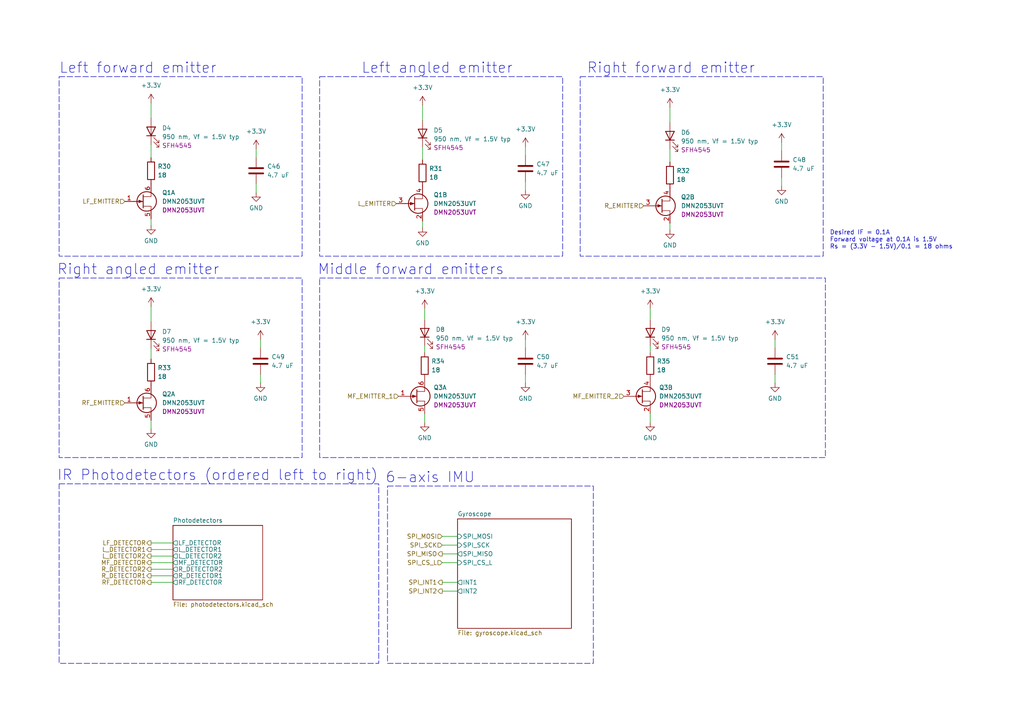
<source format=kicad_sch>
(kicad_sch (version 20230121) (generator eeschema)
  (paper "A4")
  (lib_symbols
    (symbol "Device:C" (pin_numbers hide) (pin_names (offset 0.254))
      (property "Reference" "C" (at 0.635 2.54 0))
      (property "Value" "C" (at 0.635 -2.54 0))
      (symbol "C_0_1"
        (polyline (pts (xy -2.032 -0.762) (xy 2.032 -0.762)) (stroke (width 0.508)))
        (polyline (pts (xy -2.032 0.762) (xy 2.032 0.762)) (stroke (width 0.508)))
      )
      (symbol "C_1_1"
        (pin passive line (at 0 3.81 270) (length 2.794) (name "~") (number "1"))
        (pin passive line (at 0 -3.81 90) (length 2.794) (name "~") (number "2"))
      )
    )
    (symbol "Device:R" (pin_numbers hide) (pin_names (offset 0))
      (property "Reference" "R" (at 2.032 0 90))
      (property "Value" "R" (at 0 0 90))
      (symbol "R_0_1"
        (rectangle (start -1.016 -2.54) (end 1.016 2.54) (stroke (width 0.254)))
      )
      (symbol "R_1_1"
        (pin passive line (at 0 3.81 270) (length 1.27) (name "~") (number "1"))
        (pin passive line (at 0 -3.81 90) (length 1.27) (name "~") (number "2"))
      )
    )
    (symbol "LEDs:SFH4545" (pin_numbers hide) (pin_names hide)
      (property "Reference" "D" (at -3.81 2.54 0))
      (property "Value" "950 nm, Vf = 1.5V typ" (at 6.35 -5.715 0))
      (property "Part number" "SFH4545" (at -0.635 -3.81 0))
      (symbol "SFH4545_0_1"
        (polyline (pts (xy -1.27 -1.27) (xy -1.27 1.27)) (stroke (width 0.254)))
        (polyline (pts (xy -1.27 0) (xy 1.27 0)))
        (polyline (pts (xy 1.27 -1.27) (xy 1.27 1.27) (xy -1.27 0) (xy 1.27 -1.27)) (stroke (width 0.254)))
        (polyline (pts (xy -3.048 -0.762) (xy -4.572 -2.286) (xy -3.81 -2.286) (xy -4.572 -2.286) (xy -4.572 -1.524)))
        (polyline (pts (xy -1.778 -0.762) (xy -3.302 -2.286) (xy -2.54 -2.286) (xy -3.302 -2.286) (xy -3.302 -1.524)))
      )
      (symbol "SFH4545_1_1"
        (pin passive line (at -3.81 0 0) (length 2.54) (name "~") (number "1"))
        (pin passive line (at 3.81 0 180) (length 2.54) (name "") (number "2"))
      )
    )
    (symbol "Transistors:DMN2053UVT" (pin_names hide)
      (property "Reference" "Q" (at 4.445 -1.27 0))
      (property "Value" "DMN2053UVT" (at 10.16 -3.175 0))
      (property "Part number" "DMN2053UVT" (at 10.16 -3.175 0))
      (symbol "DMN2053UVT_0_1"
        (polyline (pts (xy -1.016 0) (xy -3.81 0)))
        (polyline (pts (xy -1.016 0) (xy -3.81 0)))
        (polyline (pts (xy -1.016 1.905) (xy -1.016 -1.905)) (stroke (width 0.254)))
        (polyline (pts (xy 1.27 -2.54) (xy 1.27 -1.397) (xy -1.016 -1.397)))
        (polyline (pts (xy 1.27 2.54) (xy 1.27 1.397) (xy -1.016 1.397)))
        (polyline (pts (xy -1.27 0) (xy -2.286 0.381) (xy -2.286 -0.381) (xy -1.27 0)) (fill (type outline)))
        (circle (center 0 0) (radius 2.8194) (stroke (width 0.254)))
      )
      (symbol "DMN2053UVT_1_1"
        (pin input line (at -6.35 0 0) (length 2.54) (name "G2") (number "1"))
        (pin passive line (at 1.27 -5.08 90) (length 2.54) (name "S2") (number "5"))
        (pin passive line (at 1.27 5.08 270) (length 2.54) (name "D2") (number "6"))
      )
      (symbol "DMN2053UVT_2_1"
        (pin passive line (at 1.27 -5.08 90) (length 2.54) (name "S2") (number "2"))
        (pin input line (at -6.35 0 0) (length 2.54) (name "G2") (number "3"))
        (pin passive line (at 1.27 5.08 270) (length 2.54) (name "D2") (number "4"))
      )
    )
    (symbol "power:+3.3V" (power) (pin_names (offset 0))
      (property "Value" "+3.3V" (at 0 3.556 0))
      (symbol "+3.3V_0_1"
        (polyline (pts (xy -0.762 1.27) (xy 0 2.54)))
        (polyline (pts (xy 0 0) (xy 0 2.54)))
        (polyline (pts (xy 0 2.54) (xy 0.762 1.27)))
      )
      (symbol "+3.3V_1_1"
        (pin power_in line (at 0 0 90) (length 0) hide (name "+3.3V") (number "1"))
      )
    )
    (symbol "power:GND" (power) (pin_names (offset 0))
      (property "Value" "GND" (at 0 -3.81 0))
      (symbol "GND_0_1"
        (polyline (pts (xy 0 0) (xy 0 -1.27) (xy 1.27 -1.27) (xy 0 -2.54) (xy -1.27 -1.27) (xy 0 -1.27)))
      )
      (symbol "GND_1_1"
        (pin power_in line (at 0 0 270) (length 0) hide (name "GND") (number "1"))
      )
    )
  )
  (wire (pts (xy 188.595 120.015) (xy 188.595 122.555)))
  (wire (pts (xy 122.555 64.135) (xy 122.555 66.04)))
  (wire (pts (xy 43.815 165.1) (xy 50.165 165.1)))
  (wire (pts (xy 123.19 89.535) (xy 123.19 92.71)))
  (wire (pts (xy 43.815 159.385) (xy 50.165 159.385)))
  (wire (pts (xy 128.27 158.115) (xy 132.715 158.115)))
  (wire (pts (xy 43.815 168.91) (xy 50.165 168.91)))
  (wire (pts (xy 128.27 168.91) (xy 132.715 168.91)))
  (wire (pts (xy 152.4 42.545) (xy 152.4 45.085)))
  (wire (pts (xy 188.595 100.33) (xy 188.595 102.235)))
  (wire (pts (xy 43.815 121.92) (xy 43.815 124.46)))
  (wire (pts (xy 123.19 100.33) (xy 123.19 102.235)))
  (wire (pts (xy 188.595 89.535) (xy 188.595 92.71)))
  (wire (pts (xy 128.27 155.575) (xy 132.715 155.575)))
  (wire (pts (xy 43.815 29.845) (xy 43.815 34.29)))
  (wire (pts (xy 75.565 98.425) (xy 75.565 100.965)))
  (wire (pts (xy 152.4 52.705) (xy 152.4 55.245)))
  (wire (pts (xy 224.79 98.425) (xy 224.79 100.965)))
  (wire (pts (xy 43.815 88.9) (xy 43.815 93.345)))
  (wire (pts (xy 43.815 161.29) (xy 50.165 161.29)))
  (wire (pts (xy 74.295 53.34) (xy 74.295 55.88)))
  (wire (pts (xy 43.815 100.965) (xy 43.815 104.14)))
  (wire (pts (xy 75.565 108.585) (xy 75.565 111.125)))
  (wire (pts (xy 74.295 43.18) (xy 74.295 45.72)))
  (wire (pts (xy 128.27 163.195) (xy 132.715 163.195)))
  (wire (pts (xy 224.79 108.585) (xy 224.79 111.125)))
  (wire (pts (xy 152.4 108.585) (xy 152.4 111.125)))
  (wire (pts (xy 194.31 31.115) (xy 194.31 35.56)))
  (wire (pts (xy 43.815 167.005) (xy 50.165 167.005)))
  (wire (pts (xy 122.555 30.48) (xy 122.555 34.925)))
  (wire (pts (xy 194.31 64.77) (xy 194.31 66.675)))
  (wire (pts (xy 226.695 41.275) (xy 226.695 43.815)))
  (wire (pts (xy 122.555 42.545) (xy 122.555 46.355)))
  (wire (pts (xy 43.815 41.91) (xy 43.815 45.72)))
  (wire (pts (xy 226.695 51.435) (xy 226.695 53.975)))
  (wire (pts (xy 152.4 98.425) (xy 152.4 100.965)))
  (wire (pts (xy 194.31 43.18) (xy 194.31 46.99)))
  (wire (pts (xy 43.815 63.5) (xy 43.815 65.405)))
  (wire (pts (xy 128.27 171.45) (xy 132.715 171.45)))
  (wire (pts (xy 123.19 120.015) (xy 123.19 122.555)))
  (wire (pts (xy 43.815 163.195) (xy 50.165 163.195)))
  (wire (pts (xy 43.815 157.48) (xy 50.165 157.48)))
  (wire (pts (xy 128.27 160.655) (xy 132.715 160.655)))
  (rectangle (start 168.275 22.225) (end 238.76 74.295) (stroke (width 0) (type dash)))
  (rectangle (start 17.145 22.225) (end 87.63 74.295) (stroke (width 0) (type dash)))
  (rectangle (start 112.395 140.97) (end 172.085 192.405) (stroke (width 0) (type dash)))
  (rectangle (start 92.71 22.225) (end 163.195 74.295) (stroke (width 0) (type dash)))
  (rectangle (start 92.71 80.645) (end 239.395 132.715) (stroke (width 0) (type dash)))
  (rectangle (start 17.145 80.645) (end 87.63 132.715) (stroke (width 0) (type dash)))
  (rectangle (start 17.145 140.335) (end 109.855 192.405) (stroke (width 0) (type dash)))
  (text "IR Photodetectors (ordered left to right)" (at 16.51 139.7 0) (effects (font (size 3 3)) (justify left bottom)))
  (text "Desired IF = 0.1A\nForward voltage at 0.1A is 1.5V\nRs = (3.3V - 1.5V)/0.1 = 18 ohms" (at 240.665 72.39 0) (effects (font (size 1.27 1.27)) (justify left bottom)))
  (text "Left angled emitter" (at 104.775 21.59 0) (effects (font (size 3 3)) (justify left bottom)))
  (text "Right forward emitter" (at 170.18 21.59 0) (effects (font (size 3 3)) (justify left bottom)))
  (text "Middle forward emitters" (at 92.075 80.01 0) (effects (font (size 3 3)) (justify left bottom)))
  (text "Right angled emitter" (at 16.51 80.01 0) (effects (font (size 3 3)) (justify left bottom)))
  (text "Left forward emitter" (at 17.145 21.59 0) (effects (font (size 3 3)) (justify left bottom)))
  (text "6-axis IMU\n" (at 111.76 140.335 0) (effects (font (size 3 3)) (justify left bottom)))
  (hierarchical_label "MF_EMITTER_1" (shape input) (at 115.57 114.935 180))
  (hierarchical_label "MF_DETECTOR" (shape output) (at 43.815 163.195 180))
  (hierarchical_label "R_EMITTER" (shape input) (at 186.69 59.69 180))
  (hierarchical_label "R_DETECTOR1" (shape output) (at 43.815 167.005 180))
  (hierarchical_label "RF_EMITTER" (shape input) (at 36.195 116.84 180))
  (hierarchical_label "SPI_INT2" (shape output) (at 128.27 171.45 180))
  (hierarchical_label "SPI_SCK" (shape input) (at 128.27 158.115 180))
  (hierarchical_label "L_EMITTER" (shape input) (at 114.935 59.055 180))
  (hierarchical_label "LF_EMITTER" (shape input) (at 36.195 58.42 180))
  (hierarchical_label "SPI_MOSI" (shape input) (at 128.27 155.575 180))
  (hierarchical_label "RF_DETECTOR" (shape output) (at 43.815 168.91 180))
  (hierarchical_label "SPI_CS_L" (shape input) (at 128.27 163.195 180))
  (hierarchical_label "L_DETECTOR1" (shape output) (at 43.815 159.385 180))
  (hierarchical_label "MF_EMITTER_2" (shape input) (at 180.975 114.935 180))
  (hierarchical_label "LF_DETECTOR" (shape output) (at 43.815 157.48 180))
  (hierarchical_label "R_DETECTOR2" (shape output) (at 43.815 165.1 180))
  (hierarchical_label "L_DETECTOR2" (shape output) (at 43.815 161.29 180))
  (hierarchical_label "SPI_INT1" (shape output) (at 128.27 168.91 180))
  (hierarchical_label "SPI_MISO" (shape output) (at 128.27 160.655 180))
  (symbol (lib_id "power:GND") (at 123.19 122.555 0) (unit 1)
    (property "Reference" "#PWR052" (effects hide))
    (property "Value" "GND" (at 123.19 127 0))
  )
  (symbol (lib_id "Device:C") (at 226.695 47.625 0) (unit 1)
    (property "Reference" "C48" (at 229.87 46.355 0) (effects (justify left)))
    (property "Value" "4.7 uF" (at 229.87 48.895 0) (effects (justify left)))
    (property "Footprint" "Capacitor_SMD:C_0603_1608Metric_Pad1.08x0.95mm_HandSolder" (effects hide))
  )
  (symbol (lib_id "power:+3.3V") (at 188.595 89.535 0) (unit 1)
    (property "Reference" "#PWR051" (effects hide))
    (property "Value" "+3.3V" (at 188.595 84.455 0))
  )
  (symbol (lib_id "Device:C") (at 152.4 104.775 0) (unit 1)
    (property "Reference" "C50" (at 155.575 103.505 0) (effects (justify left)))
    (property "Value" "4.7 uF" (at 155.575 106.045 0) (effects (justify left)))
    (property "Footprint" "Capacitor_SMD:C_0603_1608Metric_Pad1.08x0.95mm_HandSolder" (effects hide))
  )
  (symbol (lib_id "power:+3.3V") (at 152.4 98.425 0) (unit 1)
    (property "Reference" "#PWR0119" (effects hide))
    (property "Value" "+3.3V" (at 152.4 93.345 0))
  )
  (symbol (lib_id "power:+3.3V") (at 122.555 30.48 0) (unit 1)
    (property "Reference" "#PWR047" (effects hide))
    (property "Value" "+3.3V" (at 122.555 25.4 0))
  )
  (symbol (lib_id "Device:R") (at 188.595 106.045 0) (unit 1)
    (property "Reference" "R35" (at 190.5 104.775 0) (effects (justify left)))
    (property "Value" "18" (at 190.5 107.315 0) (effects (justify left)))
    (property "Footprint" "Resistor_SMD:R_0603_1608Metric_Pad0.98x0.95mm_HandSolder" (effects hide))
  )
  (symbol (lib_id "Device:R") (at 122.555 50.165 0) (unit 1)
    (property "Reference" "R31" (at 124.46 48.895 0) (effects (justify left)))
    (property "Value" "18" (at 124.46 51.435 0) (effects (justify left)))
    (property "Footprint" "Resistor_SMD:R_0603_1608Metric_Pad0.98x0.95mm_HandSolder" (effects hide))
  )
  (symbol (lib_id "power:+3.3V") (at 152.4 42.545 0) (unit 1)
    (property "Reference" "#PWR0113" (effects hide))
    (property "Value" "+3.3V" (at 152.4 37.465 0))
  )
  (symbol (lib_id "power:+3.3V") (at 75.565 98.425 0) (unit 1)
    (property "Reference" "#PWR0117" (effects hide))
    (property "Value" "+3.3V" (at 75.565 93.345 0))
  )
  (symbol (lib_id "power:GND") (at 152.4 55.245 0) (unit 1)
    (property "Reference" "#PWR0114" (effects hide))
    (property "Value" "GND" (at 152.4 59.69 0))
  )
  (symbol (lib_id "power:GND") (at 75.565 111.125 0) (unit 1)
    (property "Reference" "#PWR0118" (effects hide))
    (property "Value" "GND" (at 75.565 115.57 0))
  )
  (symbol (lib_id "Device:R") (at 123.19 106.045 0) (unit 1)
    (property "Reference" "R34" (at 125.095 104.775 0) (effects (justify left)))
    (property "Value" "18" (at 125.095 107.315 0) (effects (justify left)))
    (property "Footprint" "Resistor_SMD:R_0603_1608Metric_Pad0.98x0.95mm_HandSolder" (effects hide))
  )
  (symbol (lib_id "Transistors:DMN2053UVT") (at 42.545 116.84 0) (unit 1)
    (property "Reference" "Q2" (at 46.99 114.3 0) (effects (justify left)))
    (property "Value" "DMN2053UVT" (at 46.99 116.84 0) (effects (justify left)))
    (property "Footprint" "lib:TSOT-26-6" (effects hide))
    (property "Datasheet" "https://no.mouser.com/datasheet/2/115/DIOD_S_A0006646726_1-2542802.pdf" (effects hide))
    (property "Part number" "DMN2053UVT" (at 46.99 119.38 0) (effects (justify left)))
  )
  (symbol (lib_id "Transistors:DMN2053UVT") (at 193.04 59.69 0) (unit 2)
    (property "Reference" "Q2" (at 197.485 57.15 0) (effects (justify left)))
    (property "Value" "DMN2053UVT" (at 197.485 59.69 0) (effects (justify left)))
    (property "Footprint" "lib:TSOT-26-6" (effects hide))
    (property "Datasheet" "https://no.mouser.com/datasheet/2/115/DIOD_S_A0006646726_1-2542802.pdf" (effects hide))
    (property "Part number" "DMN2053UVT" (at 197.485 62.23 0) (effects (justify left)))
  )
  (symbol (lib_id "power:GND") (at 43.815 65.405 0) (unit 1)
    (property "Reference" "#PWR056" (effects hide))
    (property "Value" "GND" (at 43.815 69.85 0))
  )
  (symbol (lib_id "power:+3.3V") (at 43.815 88.9 0) (unit 1)
    (property "Reference" "#PWR049" (effects hide))
    (property "Value" "+3.3V" (at 43.815 83.82 0))
  )
  (symbol (lib_id "Device:C") (at 74.295 49.53 0) (unit 1)
    (property "Reference" "C46" (at 77.47 48.26 0) (effects (justify left)))
    (property "Value" "4.7 uF" (at 77.47 50.8 0) (effects (justify left)))
    (property "Footprint" "Capacitor_SMD:C_0603_1608Metric_Pad1.08x0.95mm_HandSolder" (effects hide))
  )
  (symbol (lib_id "power:+3.3V") (at 123.19 89.535 0) (unit 1)
    (property "Reference" "#PWR050" (effects hide))
    (property "Value" "+3.3V" (at 123.19 84.455 0))
  )
  (symbol (lib_id "Transistors:DMN2053UVT") (at 121.92 114.935 0) (unit 1)
    (property "Reference" "Q3" (at 125.73 112.395 0) (effects (justify left)))
    (property "Value" "DMN2053UVT" (at 125.73 114.935 0) (effects (justify left)))
    (property "Footprint" "lib:TSOT-26-6" (effects hide))
    (property "Datasheet" "https://no.mouser.com/datasheet/2/115/DIOD_S_A0006646726_1-2542802.pdf" (effects hide))
    (property "Part number" "DMN2053UVT" (at 125.73 117.475 0) (effects (justify left)))
  )
  (symbol (lib_id "power:GND") (at 194.31 66.675 0) (unit 1)
    (property "Reference" "#PWR054" (effects hide))
    (property "Value" "GND" (at 194.31 71.12 0))
  )
  (symbol (lib_id "LEDs:SFH4545") (at 122.555 38.735 90) (unit 1)
    (property "Reference" "D5" (at 125.73 37.7825 90) (effects (justify right)))
    (property "Value" "950 nm, Vf = 1.5V typ" (at 125.73 40.3225 90) (effects (justify right)))
    (property "Footprint" "LED_THT:LED_D5.0mm_IRGrey" (effects hide))
    (property "Datasheet" "https://dammedia.osram.info/media/resource/hires/osram-dam-5824111/SFH%204545_EN.pdf" (effects hide))
    (property "Part number" "SFH4545" (at 125.73 42.8625 90) (effects (justify right)))
  )
  (symbol (lib_id "Transistors:DMN2053UVT") (at 42.545 58.42 0) (unit 1)
    (property "Reference" "Q1" (at 46.99 55.88 0) (effects (justify left)))
    (property "Value" "DMN2053UVT" (at 46.99 58.42 0) (effects (justify left)))
    (property "Footprint" "lib:TSOT-26-6" (effects hide))
    (property "Datasheet" "https://no.mouser.com/datasheet/2/115/DIOD_S_A0006646726_1-2542802.pdf" (effects hide))
    (property "Part number" "DMN2053UVT" (at 46.99 60.96 0) (effects (justify left)))
  )
  (symbol (lib_id "power:GND") (at 74.295 55.88 0) (unit 1)
    (property "Reference" "#PWR0112" (effects hide))
    (property "Value" "GND" (at 74.295 60.325 0))
  )
  (symbol (lib_id "Device:C") (at 75.565 104.775 0) (unit 1)
    (property "Reference" "C49" (at 78.74 103.505 0) (effects (justify left)))
    (property "Value" "4.7 uF" (at 78.74 106.045 0) (effects (justify left)))
    (property "Footprint" "Capacitor_SMD:C_0603_1608Metric_Pad1.08x0.95mm_HandSolder" (effects hide))
  )
  (symbol (lib_id "Device:C") (at 224.79 104.775 0) (unit 1)
    (property "Reference" "C51" (at 227.965 103.505 0) (effects (justify left)))
    (property "Value" "4.7 uF" (at 227.965 106.045 0) (effects (justify left)))
    (property "Footprint" "Capacitor_SMD:C_0603_1608Metric_Pad1.08x0.95mm_HandSolder" (effects hide))
  )
  (symbol (lib_id "Device:R") (at 194.31 50.8 0) (unit 1)
    (property "Reference" "R32" (at 196.215 49.53 0) (effects (justify left)))
    (property "Value" "18" (at 196.215 52.07 0) (effects (justify left)))
    (property "Footprint" "Resistor_SMD:R_0603_1608Metric_Pad0.98x0.95mm_HandSolder" (effects hide))
  )
  (symbol (lib_id "power:GND") (at 122.555 66.04 0) (unit 1)
    (property "Reference" "#PWR057" (effects hide))
    (property "Value" "GND" (at 122.555 70.485 0))
  )
  (symbol (lib_id "power:GND") (at 152.4 111.125 0) (unit 1)
    (property "Reference" "#PWR0120" (effects hide))
    (property "Value" "GND" (at 152.4 115.57 0))
  )
  (symbol (lib_id "power:+3.3V") (at 194.31 31.115 0) (unit 1)
    (property "Reference" "#PWR048" (effects hide))
    (property "Value" "+3.3V" (at 194.31 26.035 0))
  )
  (symbol (lib_id "power:GND") (at 188.595 122.555 0) (unit 1)
    (property "Reference" "#PWR053" (effects hide))
    (property "Value" "GND" (at 188.595 127 0))
  )
  (symbol (lib_id "LEDs:SFH4545") (at 43.815 97.155 90) (unit 1)
    (property "Reference" "D7" (at 46.99 96.2025 90) (effects (justify right)))
    (property "Value" "950 nm, Vf = 1.5V typ" (at 46.99 98.7425 90) (effects (justify right)))
    (property "Footprint" "LED_THT:LED_D5.0mm_IRGrey" (effects hide))
    (property "Datasheet" "https://dammedia.osram.info/media/resource/hires/osram-dam-5824111/SFH%204545_EN.pdf" (effects hide))
    (property "Part number" "SFH4545" (at 46.99 101.2825 90) (effects (justify right)))
  )
  (symbol (lib_id "power:+3.3V") (at 43.815 29.845 0) (unit 1)
    (property "Reference" "#PWR046" (effects hide))
    (property "Value" "+3.3V" (at 43.815 24.765 0))
  )
  (symbol (lib_id "power:+3.3V") (at 224.79 98.425 0) (unit 1)
    (property "Reference" "#PWR0121" (effects hide))
    (property "Value" "+3.3V" (at 224.79 93.345 0))
  )
  (symbol (lib_id "LEDs:SFH4545") (at 123.19 96.52 90) (unit 1)
    (property "Reference" "D8" (at 126.365 95.5675 90) (effects (justify right)))
    (property "Value" "950 nm, Vf = 1.5V typ" (at 126.365 98.1075 90) (effects (justify right)))
    (property "Footprint" "LED_THT:LED_D5.0mm_IRGrey" (effects hide))
    (property "Datasheet" "https://dammedia.osram.info/media/resource/hires/osram-dam-5824111/SFH%204545_EN.pdf" (effects hide))
    (property "Part number" "SFH4545" (at 126.365 100.6475 90) (effects (justify right)))
  )
  (symbol (lib_id "power:GND") (at 43.815 124.46 0) (unit 1)
    (property "Reference" "#PWR055" (effects hide))
    (property "Value" "GND" (at 43.815 128.905 0))
  )
  (symbol (lib_id "Device:C") (at 152.4 48.895 0) (unit 1)
    (property "Reference" "C47" (at 155.575 47.625 0) (effects (justify left)))
    (property "Value" "4.7 uF" (at 155.575 50.165 0) (effects (justify left)))
    (property "Footprint" "Capacitor_SMD:C_0603_1608Metric_Pad1.08x0.95mm_HandSolder" (effects hide))
  )
  (symbol (lib_id "Transistors:DMN2053UVT") (at 121.285 59.055 0) (unit 2)
    (property "Reference" "Q1" (at 125.73 56.515 0) (effects (justify left)))
    (property "Value" "DMN2053UVT" (at 125.73 59.055 0) (effects (justify left)))
    (property "Footprint" "lib:TSOT-26-6" (effects hide))
    (property "Datasheet" "https://no.mouser.com/datasheet/2/115/DIOD_S_A0006646726_1-2542802.pdf" (effects hide))
    (property "Part number" "DMN2053UVT" (at 125.73 61.595 0) (effects (justify left)))
  )
  (symbol (lib_id "LEDs:SFH4545") (at 188.595 96.52 90) (unit 1)
    (property "Reference" "D9" (at 191.77 95.5675 90) (effects (justify right)))
    (property "Value" "950 nm, Vf = 1.5V typ" (at 191.77 98.1075 90) (effects (justify right)))
    (property "Footprint" "LED_THT:LED_D5.0mm_IRGrey" (effects hide))
    (property "Datasheet" "https://dammedia.osram.info/media/resource/hires/osram-dam-5824111/SFH%204545_EN.pdf" (effects hide))
    (property "Part number" "SFH4545" (at 191.77 100.6475 90) (effects (justify right)))
  )
  (symbol (lib_id "LEDs:SFH4545") (at 43.815 38.1 90) (unit 1)
    (property "Reference" "D4" (at 46.99 37.1475 90) (effects (justify right)))
    (property "Value" "950 nm, Vf = 1.5V typ" (at 46.99 39.6875 90) (effects (justify right)))
    (property "Footprint" "LED_THT:LED_D5.0mm_IRGrey" (effects hide))
    (property "Datasheet" "https://dammedia.osram.info/media/resource/hires/osram-dam-5824111/SFH%204545_EN.pdf" (effects hide))
    (property "Part number" "SFH4545" (at 46.99 42.2275 90) (effects (justify right)))
  )
  (symbol (lib_id "Device:R") (at 43.815 49.53 0) (unit 1)
    (property "Reference" "R30" (at 45.72 48.26 0) (effects (justify left)))
    (property "Value" "18" (at 45.72 50.8 0) (effects (justify left)))
    (property "Footprint" "Resistor_SMD:R_0603_1608Metric_Pad0.98x0.95mm_HandSolder" (effects hide))
  )
  (symbol (lib_id "power:+3.3V") (at 74.295 43.18 0) (unit 1)
    (property "Reference" "#PWR0111" (effects hide))
    (property "Value" "+3.3V" (at 74.295 38.1 0))
  )
  (symbol (lib_id "LEDs:SFH4545") (at 194.31 39.37 90) (unit 1)
    (property "Reference" "D6" (at 197.485 38.4175 90) (effects (justify right)))
    (property "Value" "950 nm, Vf = 1.5V typ" (at 197.485 40.9575 90) (effects (justify right)))
    (property "Footprint" "LED_THT:LED_D5.0mm_IRGrey" (effects hide))
    (property "Datasheet" "https://dammedia.osram.info/media/resource/hires/osram-dam-5824111/SFH%204545_EN.pdf" (effects hide))
    (property "Part number" "SFH4545" (at 197.485 43.4975 90) (effects (justify right)))
  )
  (symbol (lib_id "power:GND") (at 224.79 111.125 0) (unit 1)
    (property "Reference" "#PWR0122" (effects hide))
    (property "Value" "GND" (at 224.79 115.57 0))
  )
  (symbol (lib_id "Transistors:DMN2053UVT") (at 187.325 114.935 0) (unit 2)
    (property "Reference" "Q3" (at 191.135 112.395 0) (effects (justify left)))
    (property "Value" "DMN2053UVT" (at 191.135 114.935 0) (effects (justify left)))
    (property "Footprint" "lib:TSOT-26-6" (effects hide))
    (property "Datasheet" "https://no.mouser.com/datasheet/2/115/DIOD_S_A0006646726_1-2542802.pdf" (effects hide))
    (property "Part number" "DMN2053UVT" (at 191.135 117.475 0) (effects (justify left)))
  )
  (symbol (lib_id "Device:R") (at 43.815 107.95 0) (unit 1)
    (property "Reference" "R33" (at 45.72 106.68 0) (effects (justify left)))
    (property "Value" "18" (at 45.72 109.22 0) (effects (justify left)))
    (property "Footprint" "Resistor_SMD:R_0603_1608Metric_Pad0.98x0.95mm_HandSolder" (effects hide))
  )
  (symbol (lib_id "power:+3.3V") (at 226.695 41.275 0) (unit 1)
    (property "Reference" "#PWR0115" (effects hide))
    (property "Value" "+3.3V" (at 226.695 36.195 0))
  )
  (symbol (lib_id "power:GND") (at 226.695 53.975 0) (unit 1)
    (property "Reference" "#PWR0116" (effects hide))
    (property "Value" "GND" (at 226.695 58.42 0))
  )
  (sheet (at 50.165 152.4) (size 26.035 21.59) (stroke (width 0.1524))
    (property "Sheetname" "Photodetectors" (at 50.165 151.6884 0) (effects (justify left bottom)))
    (property "Sheetfile" "photodetectors.kicad_sch" (at 50.165 174.5746 0) (effects (justify left top)))
    (pin "R_DETECTOR2" output (at 50.165 165.1 180))
    (pin "RF_DETECTOR" output (at 50.165 168.91 180))
    (pin "R_DETECTOR1" output (at 50.165 167.005 180))
    (pin "LF_DETECTOR" output (at 50.165 157.48 180))
    (pin "L_DETECTOR2" output (at 50.165 161.29 180))
    (pin "L_DETECTOR1" output (at 50.165 159.385 180))
    (pin "MF_DETECTOR" output (at 50.165 163.195 180))
  )
  (sheet (at 132.715 150.495) (size 33.02 31.75) (stroke (width 0.1524))
    (property "Sheetname" "Gyroscope" (at 132.715 149.7834 0) (effects (justify left bottom)))
    (property "Sheetfile" "gyroscope.kicad_sch" (at 132.715 182.8296 0) (effects (justify left top)))
    (pin "SPI_MISO" output (at 132.715 160.655 180))
    (pin "SPI_MOSI" input (at 132.715 155.575 180))
    (pin "SPI_SCK" input (at 132.715 158.115 180))
    (pin "SPI_CS_L" input (at 132.715 163.195 180))
    (pin "INT1" output (at 132.715 168.91 180))
    (pin "INT2" output (at 132.715 171.45 180))
  )
)
</source>
